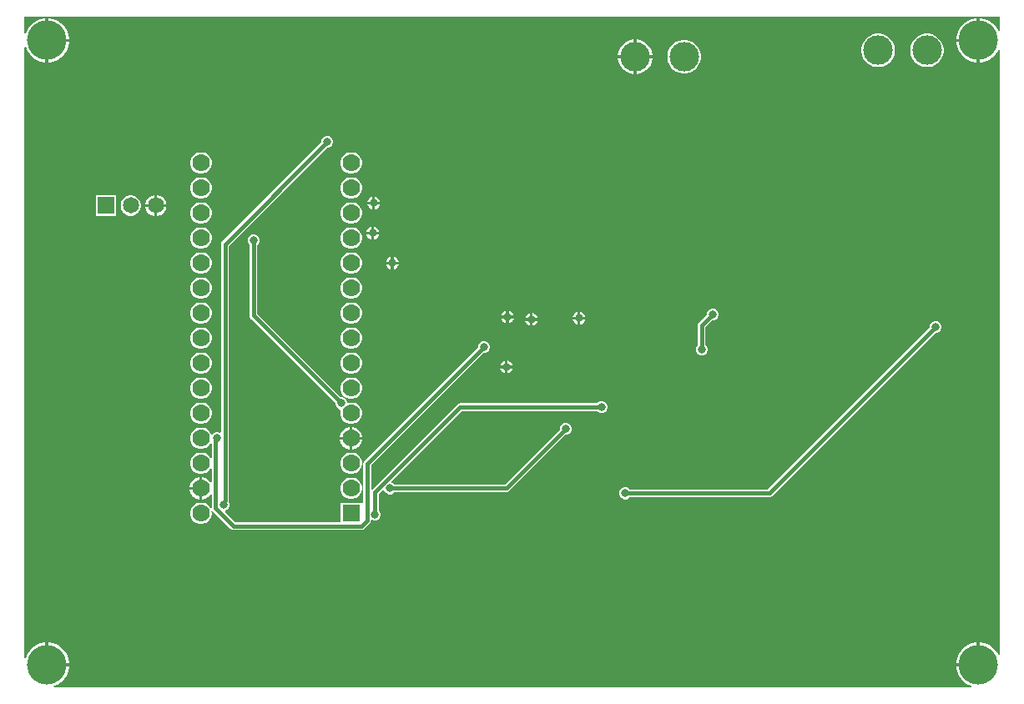
<source format=gbr>
G04*
G04 #@! TF.GenerationSoftware,Altium Limited,Altium Designer,22.4.2 (48)*
G04*
G04 Layer_Physical_Order=2*
G04 Layer_Color=16711680*
%FSLAX25Y25*%
%MOIN*%
G70*
G04*
G04 #@! TF.SameCoordinates,CF3C407C-0524-4A2E-8B94-90E9F096BC4F*
G04*
G04*
G04 #@! TF.FilePolarity,Positive*
G04*
G01*
G75*
%ADD66C,0.01500*%
%ADD67C,0.07000*%
%ADD68R,0.07000X0.07000*%
%ADD69C,0.11811*%
%ADD70R,0.06500X0.06500*%
%ADD71C,0.06500*%
%ADD72C,0.15748*%
%ADD73C,0.03150*%
G36*
X391493Y264467D02*
X391003Y264369D01*
X390864Y264703D01*
X389893Y266157D01*
X388657Y267393D01*
X387203Y268364D01*
X385589Y269033D01*
X383874Y269374D01*
X383600D01*
Y260500D01*
Y251626D01*
X383874D01*
X385589Y251967D01*
X387203Y252636D01*
X388657Y253607D01*
X389893Y254843D01*
X390864Y256297D01*
X391003Y256631D01*
X391493Y256534D01*
Y14966D01*
X391003Y14869D01*
X390864Y15203D01*
X389893Y16657D01*
X388657Y17893D01*
X387203Y18864D01*
X385589Y19533D01*
X383874Y19874D01*
X383600D01*
Y11000D01*
X383000D01*
Y10400D01*
X374126D01*
Y10126D01*
X374467Y8411D01*
X375136Y6797D01*
X376107Y5343D01*
X377343Y4107D01*
X378797Y3136D01*
X380315Y2507D01*
X380216Y2007D01*
X13784D01*
X13685Y2507D01*
X15203Y3136D01*
X16657Y4107D01*
X17893Y5343D01*
X18864Y6797D01*
X19533Y8411D01*
X19874Y10126D01*
Y10400D01*
X11000D01*
Y11000D01*
X10400D01*
Y19874D01*
X10126D01*
X8411Y19533D01*
X6797Y18864D01*
X5343Y17893D01*
X4107Y16657D01*
X3136Y15203D01*
X2507Y13685D01*
X2007Y13784D01*
Y257716D01*
X2507Y257815D01*
X3136Y256297D01*
X4107Y254843D01*
X5343Y253607D01*
X6797Y252636D01*
X8411Y251967D01*
X10126Y251626D01*
X10400D01*
Y260500D01*
Y269374D01*
X10126D01*
X8411Y269033D01*
X6797Y268364D01*
X5343Y267393D01*
X4107Y266157D01*
X3136Y264703D01*
X2507Y263185D01*
X2007Y263284D01*
Y269993D01*
X391493D01*
Y264467D01*
D02*
G37*
%LPC*%
G36*
X382400Y269374D02*
X382126D01*
X380412Y269033D01*
X378797Y268364D01*
X377343Y267393D01*
X376107Y266157D01*
X375136Y264703D01*
X374467Y263088D01*
X374126Y261374D01*
Y261100D01*
X382400D01*
Y269374D01*
D02*
G37*
G36*
X11874D02*
X11600D01*
Y261100D01*
X19874D01*
Y261374D01*
X19533Y263088D01*
X18864Y264703D01*
X17893Y266157D01*
X16657Y267393D01*
X15203Y268364D01*
X13589Y269033D01*
X11874Y269374D01*
D02*
G37*
G36*
X246679Y260906D02*
X246599D01*
Y254600D01*
X252905D01*
Y254680D01*
X252639Y256014D01*
X252119Y257271D01*
X251363Y258402D01*
X250401Y259364D01*
X249270Y260120D01*
X248013Y260640D01*
X246679Y260906D01*
D02*
G37*
G36*
X245399D02*
X245319D01*
X243985Y260640D01*
X242728Y260120D01*
X241597Y259364D01*
X240635Y258402D01*
X239879Y257271D01*
X239359Y256014D01*
X239094Y254680D01*
Y254600D01*
X245399D01*
Y260906D01*
D02*
G37*
G36*
X382400Y259900D02*
X374126D01*
Y259626D01*
X374467Y257911D01*
X375136Y256297D01*
X376107Y254843D01*
X377343Y253607D01*
X378797Y252636D01*
X380412Y251967D01*
X382126Y251626D01*
X382400D01*
Y259900D01*
D02*
G37*
G36*
X19874D02*
X11600D01*
Y251626D01*
X11874D01*
X13589Y251967D01*
X15203Y252636D01*
X16657Y253607D01*
X17893Y254843D01*
X18864Y256297D01*
X19533Y257911D01*
X19874Y259626D01*
Y259900D01*
D02*
G37*
G36*
X363158Y263193D02*
X361840D01*
X360547Y262936D01*
X359329Y262431D01*
X358233Y261699D01*
X357300Y260767D01*
X356568Y259670D01*
X356063Y258452D01*
X355806Y257159D01*
Y255841D01*
X356063Y254548D01*
X356568Y253330D01*
X357300Y252234D01*
X358233Y251301D01*
X359329Y250569D01*
X360547Y250064D01*
X361840Y249807D01*
X363158D01*
X364451Y250064D01*
X365669Y250569D01*
X366766Y251301D01*
X367698Y252234D01*
X368430Y253330D01*
X368935Y254548D01*
X369192Y255841D01*
Y257159D01*
X368935Y258452D01*
X368430Y259670D01*
X367698Y260767D01*
X366766Y261699D01*
X365669Y262431D01*
X364451Y262936D01*
X363158Y263193D01*
D02*
G37*
G36*
X343658D02*
X342340D01*
X341047Y262936D01*
X339829Y262431D01*
X338733Y261699D01*
X337800Y260767D01*
X337068Y259670D01*
X336563Y258452D01*
X336306Y257159D01*
Y255841D01*
X336563Y254548D01*
X337068Y253330D01*
X337800Y252234D01*
X338733Y251301D01*
X339829Y250569D01*
X341047Y250064D01*
X342340Y249807D01*
X343658D01*
X344951Y250064D01*
X346169Y250569D01*
X347266Y251301D01*
X348198Y252234D01*
X348930Y253330D01*
X349435Y254548D01*
X349692Y255841D01*
Y257159D01*
X349435Y258452D01*
X348930Y259670D01*
X348198Y260767D01*
X347266Y261699D01*
X346169Y262431D01*
X344951Y262936D01*
X343658Y263193D01*
D02*
G37*
G36*
X266158Y260693D02*
X264840D01*
X263547Y260436D01*
X262329Y259931D01*
X261233Y259199D01*
X260300Y258266D01*
X259568Y257170D01*
X259063Y255952D01*
X258806Y254659D01*
Y253341D01*
X259063Y252048D01*
X259568Y250830D01*
X260300Y249733D01*
X261233Y248801D01*
X262329Y248069D01*
X263547Y247564D01*
X264840Y247307D01*
X266158D01*
X267451Y247564D01*
X268669Y248069D01*
X269766Y248801D01*
X270698Y249733D01*
X271430Y250830D01*
X271935Y252048D01*
X272192Y253341D01*
Y254659D01*
X271935Y255952D01*
X271430Y257170D01*
X270698Y258266D01*
X269766Y259199D01*
X268669Y259931D01*
X267451Y260436D01*
X266158Y260693D01*
D02*
G37*
G36*
X252905Y253400D02*
X246599D01*
Y247094D01*
X246679D01*
X248013Y247360D01*
X249270Y247880D01*
X250401Y248636D01*
X251363Y249598D01*
X252119Y250729D01*
X252639Y251986D01*
X252905Y253320D01*
Y253400D01*
D02*
G37*
G36*
X245399D02*
X239094D01*
Y253320D01*
X239359Y251986D01*
X239879Y250729D01*
X240635Y249598D01*
X241597Y248636D01*
X242728Y247880D01*
X243985Y247360D01*
X245319Y247094D01*
X245399D01*
Y253400D01*
D02*
G37*
G36*
X133063Y215787D02*
X131935D01*
X130844Y215495D01*
X129867Y214931D01*
X129068Y214132D01*
X128504Y213155D01*
X128212Y212065D01*
Y210936D01*
X128504Y209845D01*
X129068Y208868D01*
X129867Y208069D01*
X130844Y207505D01*
X131935Y207213D01*
X133063D01*
X134154Y207505D01*
X135132Y208069D01*
X135930Y208868D01*
X136494Y209845D01*
X136786Y210936D01*
Y212065D01*
X136494Y213155D01*
X135930Y214132D01*
X135132Y214931D01*
X134154Y215495D01*
X133063Y215787D01*
D02*
G37*
G36*
X73063D02*
X71935D01*
X70844Y215495D01*
X69867Y214931D01*
X69068Y214132D01*
X68504Y213155D01*
X68212Y212065D01*
Y210936D01*
X68504Y209845D01*
X69068Y208868D01*
X69867Y208069D01*
X70844Y207505D01*
X71935Y207213D01*
X73063D01*
X74154Y207505D01*
X75132Y208069D01*
X75930Y208868D01*
X76494Y209845D01*
X76787Y210936D01*
Y212065D01*
X76494Y213155D01*
X75930Y214132D01*
X75132Y214931D01*
X74154Y215495D01*
X73063Y215787D01*
D02*
G37*
G36*
X133063Y205787D02*
X131935D01*
X130844Y205495D01*
X129867Y204931D01*
X129068Y204133D01*
X128504Y203155D01*
X128212Y202064D01*
Y200936D01*
X128504Y199845D01*
X129068Y198867D01*
X129867Y198069D01*
X130844Y197505D01*
X131935Y197213D01*
X133063D01*
X134154Y197505D01*
X135132Y198069D01*
X135930Y198867D01*
X136494Y199845D01*
X136786Y200936D01*
Y202064D01*
X136494Y203155D01*
X135930Y204133D01*
X135132Y204931D01*
X134154Y205495D01*
X133063Y205787D01*
D02*
G37*
G36*
X73063D02*
X71935D01*
X70844Y205495D01*
X69867Y204931D01*
X69068Y204133D01*
X68504Y203155D01*
X68212Y202064D01*
Y200936D01*
X68504Y199845D01*
X69068Y198867D01*
X69867Y198069D01*
X70844Y197505D01*
X71935Y197213D01*
X73063D01*
X74154Y197505D01*
X75132Y198069D01*
X75930Y198867D01*
X76494Y199845D01*
X76787Y200936D01*
Y202064D01*
X76494Y203155D01*
X75930Y204133D01*
X75132Y204931D01*
X74154Y205495D01*
X73063Y205787D01*
D02*
G37*
G36*
X142100Y198005D02*
Y196100D01*
X144005D01*
X143899Y196494D01*
X143560Y197081D01*
X143081Y197560D01*
X142494Y197899D01*
X142100Y198005D01*
D02*
G37*
G36*
X140900D02*
X140506Y197899D01*
X139919Y197560D01*
X139440Y197081D01*
X139101Y196494D01*
X138995Y196100D01*
X140900D01*
Y198005D01*
D02*
G37*
G36*
X55099Y198739D02*
Y195100D01*
X58738D01*
X58460Y196141D01*
X57900Y197110D01*
X57109Y197901D01*
X56139Y198460D01*
X55099Y198739D01*
D02*
G37*
G36*
X53899D02*
X52859Y198460D01*
X51889Y197901D01*
X51098Y197110D01*
X50539Y196141D01*
X50260Y195100D01*
X53899D01*
Y198739D01*
D02*
G37*
G36*
X144005Y194900D02*
X142100D01*
Y192995D01*
X142494Y193101D01*
X143081Y193440D01*
X143560Y193919D01*
X143899Y194506D01*
X144005Y194900D01*
D02*
G37*
G36*
X140900D02*
X138995D01*
X139101Y194506D01*
X139440Y193919D01*
X139919Y193440D01*
X140506Y193101D01*
X140900Y192995D01*
Y194900D01*
D02*
G37*
G36*
X45031Y198537D02*
X43968D01*
X42941Y198262D01*
X42020Y197731D01*
X41268Y196979D01*
X40737Y196058D01*
X40462Y195031D01*
Y193968D01*
X40737Y192942D01*
X41268Y192021D01*
X42020Y191269D01*
X42941Y190738D01*
X43968Y190463D01*
X45031D01*
X46058Y190738D01*
X46978Y191269D01*
X47730Y192021D01*
X48261Y192942D01*
X48537Y193968D01*
Y195031D01*
X48261Y196058D01*
X47730Y196979D01*
X46978Y197731D01*
X46058Y198262D01*
X45031Y198537D01*
D02*
G37*
G36*
X38537D02*
X30462D01*
Y190463D01*
X38537D01*
Y198537D01*
D02*
G37*
G36*
X58738Y193900D02*
X55099D01*
Y190261D01*
X56139Y190540D01*
X57109Y191099D01*
X57900Y191891D01*
X58460Y192860D01*
X58738Y193900D01*
D02*
G37*
G36*
X53899D02*
X50260D01*
X50539Y192860D01*
X51098Y191891D01*
X51889Y191099D01*
X52859Y190540D01*
X53899Y190261D01*
Y193900D01*
D02*
G37*
G36*
X133063Y195787D02*
X131935D01*
X130844Y195495D01*
X129867Y194931D01*
X129068Y194132D01*
X128504Y193155D01*
X128212Y192064D01*
Y190936D01*
X128504Y189845D01*
X129068Y188867D01*
X129867Y188069D01*
X130844Y187505D01*
X131935Y187213D01*
X133063D01*
X134154Y187505D01*
X135132Y188069D01*
X135930Y188867D01*
X136494Y189845D01*
X136786Y190936D01*
Y192064D01*
X136494Y193155D01*
X135930Y194132D01*
X135132Y194931D01*
X134154Y195495D01*
X133063Y195787D01*
D02*
G37*
G36*
X73063D02*
X71935D01*
X70844Y195495D01*
X69867Y194931D01*
X69068Y194132D01*
X68504Y193155D01*
X68212Y192064D01*
Y190936D01*
X68504Y189845D01*
X69068Y188867D01*
X69867Y188069D01*
X70844Y187505D01*
X71935Y187213D01*
X73063D01*
X74154Y187505D01*
X75132Y188069D01*
X75930Y188867D01*
X76494Y189845D01*
X76787Y190936D01*
Y192064D01*
X76494Y193155D01*
X75930Y194132D01*
X75132Y194931D01*
X74154Y195495D01*
X73063Y195787D01*
D02*
G37*
G36*
X141725Y186018D02*
Y184113D01*
X143630D01*
X143524Y184507D01*
X143185Y185094D01*
X142706Y185573D01*
X142119Y185912D01*
X141725Y186018D01*
D02*
G37*
G36*
X140525D02*
X140131Y185912D01*
X139544Y185573D01*
X139065Y185094D01*
X138726Y184507D01*
X138620Y184113D01*
X140525D01*
Y186018D01*
D02*
G37*
G36*
X143630Y182913D02*
X141725D01*
Y181008D01*
X142119Y181114D01*
X142706Y181452D01*
X143185Y181932D01*
X143524Y182519D01*
X143630Y182913D01*
D02*
G37*
G36*
X140525D02*
X138620D01*
X138726Y182519D01*
X139065Y181932D01*
X139544Y181452D01*
X140131Y181114D01*
X140525Y181008D01*
Y182913D01*
D02*
G37*
G36*
X133063Y185787D02*
X131935D01*
X130844Y185495D01*
X129867Y184931D01*
X129068Y184133D01*
X128504Y183155D01*
X128212Y182064D01*
Y180936D01*
X128504Y179845D01*
X129068Y178867D01*
X129867Y178069D01*
X130844Y177505D01*
X131935Y177213D01*
X133063D01*
X134154Y177505D01*
X135132Y178069D01*
X135930Y178867D01*
X136494Y179845D01*
X136786Y180936D01*
Y182064D01*
X136494Y183155D01*
X135930Y184133D01*
X135132Y184931D01*
X134154Y185495D01*
X133063Y185787D01*
D02*
G37*
G36*
X73063D02*
X71935D01*
X70844Y185495D01*
X69867Y184931D01*
X69068Y184133D01*
X68504Y183155D01*
X68212Y182064D01*
Y180936D01*
X68504Y179845D01*
X69068Y178867D01*
X69867Y178069D01*
X70844Y177505D01*
X71935Y177213D01*
X73063D01*
X74154Y177505D01*
X75132Y178069D01*
X75930Y178867D01*
X76494Y179845D01*
X76787Y180936D01*
Y182064D01*
X76494Y183155D01*
X75930Y184133D01*
X75132Y184931D01*
X74154Y185495D01*
X73063Y185787D01*
D02*
G37*
G36*
X149600Y174005D02*
Y172100D01*
X151505D01*
X151399Y172494D01*
X151060Y173081D01*
X150581Y173560D01*
X149994Y173899D01*
X149600Y174005D01*
D02*
G37*
G36*
X148400D02*
X148006Y173899D01*
X147419Y173560D01*
X146940Y173081D01*
X146601Y172494D01*
X146495Y172100D01*
X148400D01*
Y174005D01*
D02*
G37*
G36*
X151505Y170900D02*
X149600D01*
Y168995D01*
X149994Y169101D01*
X150581Y169440D01*
X151060Y169919D01*
X151399Y170506D01*
X151505Y170900D01*
D02*
G37*
G36*
X148400D02*
X146495D01*
X146601Y170506D01*
X146940Y169919D01*
X147419Y169440D01*
X148006Y169101D01*
X148400Y168995D01*
Y170900D01*
D02*
G37*
G36*
X133063Y175787D02*
X131935D01*
X130844Y175495D01*
X129867Y174931D01*
X129068Y174133D01*
X128504Y173155D01*
X128212Y172064D01*
Y170936D01*
X128504Y169845D01*
X129068Y168868D01*
X129867Y168069D01*
X130844Y167505D01*
X131935Y167213D01*
X133063D01*
X134154Y167505D01*
X135132Y168069D01*
X135930Y168868D01*
X136494Y169845D01*
X136786Y170936D01*
Y172064D01*
X136494Y173155D01*
X135930Y174133D01*
X135132Y174931D01*
X134154Y175495D01*
X133063Y175787D01*
D02*
G37*
G36*
X73063D02*
X71935D01*
X70844Y175495D01*
X69867Y174931D01*
X69068Y174133D01*
X68504Y173155D01*
X68212Y172064D01*
Y170936D01*
X68504Y169845D01*
X69068Y168868D01*
X69867Y168069D01*
X70844Y167505D01*
X71935Y167213D01*
X73063D01*
X74154Y167505D01*
X75132Y168069D01*
X75930Y168868D01*
X76494Y169845D01*
X76787Y170936D01*
Y172064D01*
X76494Y173155D01*
X75930Y174133D01*
X75132Y174931D01*
X74154Y175495D01*
X73063Y175787D01*
D02*
G37*
G36*
X133063Y165787D02*
X131935D01*
X130844Y165495D01*
X129867Y164931D01*
X129068Y164132D01*
X128504Y163155D01*
X128212Y162065D01*
Y160936D01*
X128504Y159845D01*
X129068Y158868D01*
X129867Y158069D01*
X130844Y157505D01*
X131935Y157213D01*
X133063D01*
X134154Y157505D01*
X135132Y158069D01*
X135930Y158868D01*
X136494Y159845D01*
X136786Y160936D01*
Y162065D01*
X136494Y163155D01*
X135930Y164132D01*
X135132Y164931D01*
X134154Y165495D01*
X133063Y165787D01*
D02*
G37*
G36*
X73063D02*
X71935D01*
X70844Y165495D01*
X69867Y164931D01*
X69068Y164132D01*
X68504Y163155D01*
X68212Y162065D01*
Y160936D01*
X68504Y159845D01*
X69068Y158868D01*
X69867Y158069D01*
X70844Y157505D01*
X71935Y157213D01*
X73063D01*
X74154Y157505D01*
X75132Y158069D01*
X75930Y158868D01*
X76494Y159845D01*
X76787Y160936D01*
Y162065D01*
X76494Y163155D01*
X75930Y164132D01*
X75132Y164931D01*
X74154Y165495D01*
X73063Y165787D01*
D02*
G37*
G36*
X195600Y152505D02*
Y150600D01*
X197505D01*
X197399Y150994D01*
X197060Y151581D01*
X196581Y152060D01*
X195994Y152399D01*
X195600Y152505D01*
D02*
G37*
G36*
X194400D02*
X194006Y152399D01*
X193419Y152060D01*
X192940Y151581D01*
X192601Y150994D01*
X192495Y150600D01*
X194400D01*
Y152505D01*
D02*
G37*
G36*
X224100Y152005D02*
Y150100D01*
X226005D01*
X225899Y150494D01*
X225560Y151081D01*
X225081Y151560D01*
X224494Y151899D01*
X224100Y152005D01*
D02*
G37*
G36*
X222900D02*
X222506Y151899D01*
X221919Y151560D01*
X221440Y151081D01*
X221101Y150494D01*
X220995Y150100D01*
X222900D01*
Y152005D01*
D02*
G37*
G36*
X205100Y151505D02*
Y149600D01*
X207005D01*
X206899Y149994D01*
X206560Y150581D01*
X206081Y151060D01*
X205494Y151399D01*
X205100Y151505D01*
D02*
G37*
G36*
X203900D02*
X203506Y151399D01*
X202919Y151060D01*
X202440Y150581D01*
X202101Y149994D01*
X201995Y149600D01*
X203900D01*
Y151505D01*
D02*
G37*
G36*
X197505Y149400D02*
X195600D01*
Y147495D01*
X195994Y147601D01*
X196581Y147940D01*
X197060Y148419D01*
X197399Y149006D01*
X197505Y149400D01*
D02*
G37*
G36*
X194400D02*
X192495D01*
X192601Y149006D01*
X192940Y148419D01*
X193419Y147940D01*
X194006Y147601D01*
X194400Y147495D01*
Y149400D01*
D02*
G37*
G36*
X133063Y155787D02*
X131935D01*
X130844Y155495D01*
X129867Y154931D01*
X129068Y154132D01*
X128504Y153155D01*
X128212Y152065D01*
Y150936D01*
X128504Y149845D01*
X129068Y148867D01*
X129867Y148069D01*
X130844Y147505D01*
X131935Y147213D01*
X133063D01*
X134154Y147505D01*
X135132Y148069D01*
X135930Y148867D01*
X136494Y149845D01*
X136786Y150936D01*
Y152065D01*
X136494Y153155D01*
X135930Y154132D01*
X135132Y154931D01*
X134154Y155495D01*
X133063Y155787D01*
D02*
G37*
G36*
X73063D02*
X71935D01*
X70844Y155495D01*
X69867Y154931D01*
X69068Y154132D01*
X68504Y153155D01*
X68212Y152065D01*
Y150936D01*
X68504Y149845D01*
X69068Y148867D01*
X69867Y148069D01*
X70844Y147505D01*
X71935Y147213D01*
X73063D01*
X74154Y147505D01*
X75132Y148069D01*
X75930Y148867D01*
X76494Y149845D01*
X76787Y150936D01*
Y152065D01*
X76494Y153155D01*
X75930Y154132D01*
X75132Y154931D01*
X74154Y155495D01*
X73063Y155787D01*
D02*
G37*
G36*
X226005Y148900D02*
X224100D01*
Y146995D01*
X224494Y147101D01*
X225081Y147440D01*
X225560Y147919D01*
X225899Y148506D01*
X226005Y148900D01*
D02*
G37*
G36*
X222900D02*
X220995D01*
X221101Y148506D01*
X221440Y147919D01*
X221919Y147440D01*
X222506Y147101D01*
X222900Y146995D01*
Y148900D01*
D02*
G37*
G36*
X207005Y148400D02*
X205100D01*
Y146495D01*
X205494Y146601D01*
X206081Y146940D01*
X206560Y147419D01*
X206899Y148006D01*
X207005Y148400D01*
D02*
G37*
G36*
X203900D02*
X201995D01*
X202101Y148006D01*
X202440Y147419D01*
X202919Y146940D01*
X203506Y146601D01*
X203900Y146495D01*
Y148400D01*
D02*
G37*
G36*
X133063Y145787D02*
X131935D01*
X130844Y145495D01*
X129867Y144931D01*
X129068Y144132D01*
X128504Y143155D01*
X128212Y142064D01*
Y140936D01*
X128504Y139845D01*
X129068Y138867D01*
X129867Y138069D01*
X130844Y137505D01*
X131935Y137213D01*
X133063D01*
X134154Y137505D01*
X135132Y138069D01*
X135930Y138867D01*
X136494Y139845D01*
X136786Y140936D01*
Y142064D01*
X136494Y143155D01*
X135930Y144132D01*
X135132Y144931D01*
X134154Y145495D01*
X133063Y145787D01*
D02*
G37*
G36*
X73063D02*
X71935D01*
X70844Y145495D01*
X69867Y144931D01*
X69068Y144132D01*
X68504Y143155D01*
X68212Y142064D01*
Y140936D01*
X68504Y139845D01*
X69068Y138867D01*
X69867Y138069D01*
X70844Y137505D01*
X71935Y137213D01*
X73063D01*
X74154Y137505D01*
X75132Y138069D01*
X75930Y138867D01*
X76494Y139845D01*
X76787Y140936D01*
Y142064D01*
X76494Y143155D01*
X75930Y144132D01*
X75132Y144931D01*
X74154Y145495D01*
X73063Y145787D01*
D02*
G37*
G36*
X277470Y153362D02*
X276530D01*
X275662Y153003D01*
X274997Y152338D01*
X274638Y151470D01*
Y150855D01*
X271392Y147608D01*
X271052Y147100D01*
X270933Y146500D01*
Y138773D01*
X270497Y138338D01*
X270138Y137470D01*
Y136530D01*
X270497Y135662D01*
X271162Y134997D01*
X272030Y134638D01*
X272970D01*
X273838Y134997D01*
X274503Y135662D01*
X274862Y136530D01*
Y137470D01*
X274503Y138338D01*
X274067Y138773D01*
Y145851D01*
X276855Y148638D01*
X277470D01*
X278338Y148997D01*
X279003Y149662D01*
X279362Y150530D01*
Y151470D01*
X279003Y152338D01*
X278338Y153003D01*
X277470Y153362D01*
D02*
G37*
G36*
X195100Y132505D02*
Y130600D01*
X197005D01*
X196899Y130994D01*
X196560Y131581D01*
X196081Y132060D01*
X195494Y132399D01*
X195100Y132505D01*
D02*
G37*
G36*
X193900D02*
X193506Y132399D01*
X192919Y132060D01*
X192440Y131581D01*
X192101Y130994D01*
X191995Y130600D01*
X193900D01*
Y132505D01*
D02*
G37*
G36*
X197005Y129400D02*
X195100D01*
Y127495D01*
X195494Y127601D01*
X196081Y127940D01*
X196560Y128419D01*
X196899Y129006D01*
X197005Y129400D01*
D02*
G37*
G36*
X193900D02*
X191995D01*
X192101Y129006D01*
X192440Y128419D01*
X192919Y127940D01*
X193506Y127601D01*
X193900Y127495D01*
Y129400D01*
D02*
G37*
G36*
X133063Y135787D02*
X131935D01*
X130844Y135495D01*
X129867Y134931D01*
X129068Y134133D01*
X128504Y133155D01*
X128212Y132064D01*
Y130936D01*
X128504Y129845D01*
X129068Y128867D01*
X129867Y128069D01*
X130844Y127505D01*
X131935Y127213D01*
X133063D01*
X134154Y127505D01*
X135132Y128069D01*
X135930Y128867D01*
X136494Y129845D01*
X136786Y130936D01*
Y132064D01*
X136494Y133155D01*
X135930Y134133D01*
X135132Y134931D01*
X134154Y135495D01*
X133063Y135787D01*
D02*
G37*
G36*
X73063D02*
X71935D01*
X70844Y135495D01*
X69867Y134931D01*
X69068Y134133D01*
X68504Y133155D01*
X68212Y132064D01*
Y130936D01*
X68504Y129845D01*
X69068Y128867D01*
X69867Y128069D01*
X70844Y127505D01*
X71935Y127213D01*
X73063D01*
X74154Y127505D01*
X75132Y128069D01*
X75930Y128867D01*
X76494Y129845D01*
X76787Y130936D01*
Y132064D01*
X76494Y133155D01*
X75930Y134133D01*
X75132Y134931D01*
X74154Y135495D01*
X73063Y135787D01*
D02*
G37*
G36*
X133063Y125787D02*
X131935D01*
X130844Y125495D01*
X129867Y124931D01*
X129068Y124133D01*
X128504Y123155D01*
X128212Y122064D01*
Y120936D01*
X128504Y119845D01*
X129068Y118868D01*
X129867Y118069D01*
X130844Y117505D01*
X131935Y117213D01*
X133063D01*
X134154Y117505D01*
X135132Y118069D01*
X135930Y118868D01*
X136494Y119845D01*
X136786Y120936D01*
Y122064D01*
X136494Y123155D01*
X135930Y124133D01*
X135132Y124931D01*
X134154Y125495D01*
X133063Y125787D01*
D02*
G37*
G36*
X73063D02*
X71935D01*
X70844Y125495D01*
X69867Y124931D01*
X69068Y124133D01*
X68504Y123155D01*
X68212Y122064D01*
Y120936D01*
X68504Y119845D01*
X69068Y118868D01*
X69867Y118069D01*
X70844Y117505D01*
X71935Y117213D01*
X73063D01*
X74154Y117505D01*
X75132Y118069D01*
X75930Y118868D01*
X76494Y119845D01*
X76787Y120936D01*
Y122064D01*
X76494Y123155D01*
X75930Y124133D01*
X75132Y124931D01*
X74154Y125495D01*
X73063Y125787D01*
D02*
G37*
G36*
X123469Y222362D02*
X122529D01*
X121661Y222003D01*
X120996Y221338D01*
X120637Y220470D01*
Y219855D01*
X81003Y180221D01*
X80663Y179712D01*
X80544Y179112D01*
Y103949D01*
X80044Y103624D01*
X79469Y103862D01*
X78529D01*
X77661Y103503D01*
X77076Y102917D01*
X76547Y102959D01*
X76494Y103155D01*
X75930Y104132D01*
X75132Y104931D01*
X74154Y105495D01*
X73063Y105787D01*
X71935D01*
X70844Y105495D01*
X69867Y104931D01*
X69068Y104132D01*
X68504Y103155D01*
X68212Y102065D01*
Y100936D01*
X68504Y99845D01*
X69068Y98867D01*
X69867Y98069D01*
X70844Y97505D01*
X71935Y97213D01*
X73063D01*
X74154Y97505D01*
X75132Y98069D01*
X75930Y98867D01*
X76319Y99542D01*
X76819Y99408D01*
Y93592D01*
X76319Y93458D01*
X75930Y94133D01*
X75132Y94931D01*
X74154Y95495D01*
X73063Y95787D01*
X71935D01*
X70844Y95495D01*
X69867Y94931D01*
X69068Y94133D01*
X68504Y93155D01*
X68212Y92064D01*
Y90936D01*
X68504Y89845D01*
X69068Y88867D01*
X69867Y88069D01*
X70844Y87505D01*
X71935Y87213D01*
X73063D01*
X74154Y87505D01*
X75132Y88069D01*
X75930Y88867D01*
X76319Y89542D01*
X76819Y89408D01*
Y84017D01*
X76319Y83883D01*
X76100Y84263D01*
X75262Y85101D01*
X74236Y85693D01*
X73099Y85998D01*
Y81500D01*
Y77002D01*
X74236Y77307D01*
X75262Y77899D01*
X76100Y78737D01*
X76319Y79117D01*
X76819Y78983D01*
Y73592D01*
X76783Y73554D01*
X76273Y73538D01*
X75930Y74133D01*
X75132Y74931D01*
X74154Y75495D01*
X73063Y75787D01*
X71935D01*
X70844Y75495D01*
X69867Y74931D01*
X69068Y74133D01*
X68504Y73155D01*
X68212Y72065D01*
Y70936D01*
X68504Y69845D01*
X69068Y68867D01*
X69867Y68069D01*
X70844Y67505D01*
X71935Y67213D01*
X73063D01*
X74154Y67505D01*
X75132Y68069D01*
X75930Y68867D01*
X76494Y69845D01*
X76787Y70936D01*
Y72065D01*
X76690Y72426D01*
X77151Y72635D01*
X77279Y72444D01*
X84369Y65354D01*
X84877Y65014D01*
X85477Y64895D01*
X136636D01*
X137236Y65014D01*
X137744Y65354D01*
X139995Y67605D01*
X140335Y68114D01*
X140427Y68578D01*
X140759Y68812D01*
X140954Y68876D01*
X141529Y68638D01*
X142469D01*
X143337Y68997D01*
X144002Y69662D01*
X144361Y70530D01*
Y71470D01*
X144002Y72338D01*
X143567Y72773D01*
Y79252D01*
X145175Y80860D01*
X145758Y80737D01*
X145996Y80162D01*
X146661Y79497D01*
X147529Y79138D01*
X148469D01*
X149337Y79497D01*
X149772Y79932D01*
X194499D01*
X195099Y80052D01*
X195607Y80392D01*
X218074Y102858D01*
X218650D01*
X219518Y103217D01*
X220183Y103882D01*
X220543Y104750D01*
Y105690D01*
X220183Y106558D01*
X219518Y107222D01*
X218650Y107582D01*
X217711D01*
X216842Y107222D01*
X216178Y106558D01*
X215818Y105690D01*
Y105036D01*
X193850Y83068D01*
X149772D01*
X149337Y83503D01*
X148762Y83741D01*
X148639Y84324D01*
X176747Y112433D01*
X230726D01*
X231161Y111997D01*
X232029Y111638D01*
X232969D01*
X233837Y111997D01*
X234502Y112662D01*
X234861Y113530D01*
Y114470D01*
X234502Y115338D01*
X233837Y116003D01*
X232969Y116362D01*
X232029D01*
X231161Y116003D01*
X230726Y115568D01*
X176098D01*
X175498Y115448D01*
X174989Y115108D01*
X140954Y81073D01*
X140696Y81120D01*
X140454Y81257D01*
Y90738D01*
X185354Y135638D01*
X185969D01*
X186837Y135997D01*
X187502Y136662D01*
X187861Y137530D01*
Y138470D01*
X187502Y139338D01*
X186837Y140003D01*
X185969Y140362D01*
X185029D01*
X184161Y140003D01*
X183496Y139338D01*
X183137Y138470D01*
Y137855D01*
X137778Y92496D01*
X137439Y91988D01*
X137319Y91388D01*
Y69804D01*
X137286Y69782D01*
X136786Y70049D01*
Y75787D01*
X128212D01*
Y68030D01*
X86127D01*
X82139Y72018D01*
X82262Y72601D01*
X82837Y72839D01*
X83502Y73504D01*
X83861Y74372D01*
Y75312D01*
X83572Y76010D01*
X83679Y76546D01*
Y178463D01*
X122854Y217638D01*
X123469D01*
X124337Y217997D01*
X125002Y218662D01*
X125361Y219530D01*
Y220470D01*
X125002Y221338D01*
X124337Y222003D01*
X123469Y222362D01*
D02*
G37*
G36*
X93970Y182862D02*
X93030D01*
X92162Y182503D01*
X91497Y181838D01*
X91138Y180970D01*
Y180030D01*
X91497Y179162D01*
X91932Y178727D01*
Y150500D01*
X92052Y149900D01*
X92392Y149392D01*
X126138Y115645D01*
Y115030D01*
X126497Y114162D01*
X127162Y113497D01*
X128030Y113138D01*
X128089D01*
X128393Y112741D01*
X128212Y112065D01*
Y110936D01*
X128504Y109845D01*
X129068Y108868D01*
X129867Y108069D01*
X130844Y107505D01*
X131935Y107213D01*
X133063D01*
X134154Y107505D01*
X135132Y108069D01*
X135930Y108868D01*
X136494Y109845D01*
X136786Y110936D01*
Y112065D01*
X136494Y113155D01*
X135930Y114132D01*
X135132Y114931D01*
X134154Y115495D01*
X133063Y115787D01*
X131935D01*
X131259Y115606D01*
X130862Y115911D01*
Y115970D01*
X130503Y116838D01*
X129838Y117503D01*
X128970Y117862D01*
X128355D01*
X95068Y151149D01*
Y178727D01*
X95503Y179162D01*
X95862Y180030D01*
Y180970D01*
X95503Y181838D01*
X94838Y182503D01*
X93970Y182862D01*
D02*
G37*
G36*
X73063Y115787D02*
X71935D01*
X70844Y115495D01*
X69867Y114931D01*
X69068Y114132D01*
X68504Y113155D01*
X68212Y112065D01*
Y110936D01*
X68504Y109845D01*
X69068Y108868D01*
X69867Y108069D01*
X70844Y107505D01*
X71935Y107213D01*
X73063D01*
X74154Y107505D01*
X75132Y108069D01*
X75930Y108868D01*
X76494Y109845D01*
X76787Y110936D01*
Y112065D01*
X76494Y113155D01*
X75930Y114132D01*
X75132Y114931D01*
X74154Y115495D01*
X73063Y115787D01*
D02*
G37*
G36*
X133099Y105998D02*
Y102100D01*
X136997D01*
X136692Y103237D01*
X136100Y104263D01*
X135262Y105101D01*
X134236Y105693D01*
X133099Y105998D01*
D02*
G37*
G36*
X131899D02*
X130762Y105693D01*
X129736Y105101D01*
X128898Y104263D01*
X128306Y103237D01*
X128001Y102100D01*
X131899D01*
Y105998D01*
D02*
G37*
G36*
X136997Y100900D02*
X133099D01*
Y97002D01*
X134236Y97307D01*
X135262Y97899D01*
X136100Y98737D01*
X136692Y99763D01*
X136997Y100900D01*
D02*
G37*
G36*
X131899D02*
X128001D01*
X128306Y99763D01*
X128898Y98737D01*
X129736Y97899D01*
X130762Y97307D01*
X131899Y97002D01*
Y100900D01*
D02*
G37*
G36*
X133063Y95787D02*
X131935D01*
X130844Y95495D01*
X129867Y94931D01*
X129068Y94133D01*
X128504Y93155D01*
X128212Y92064D01*
Y90936D01*
X128504Y89845D01*
X129068Y88867D01*
X129867Y88069D01*
X130844Y87505D01*
X131935Y87213D01*
X133063D01*
X134154Y87505D01*
X135132Y88069D01*
X135930Y88867D01*
X136494Y89845D01*
X136786Y90936D01*
Y92064D01*
X136494Y93155D01*
X135930Y94133D01*
X135132Y94931D01*
X134154Y95495D01*
X133063Y95787D01*
D02*
G37*
G36*
X71899Y85998D02*
X70762Y85693D01*
X69736Y85101D01*
X68898Y84263D01*
X68306Y83237D01*
X68001Y82100D01*
X71899D01*
Y85998D01*
D02*
G37*
G36*
X366469Y148362D02*
X365529D01*
X364661Y148003D01*
X363997Y147338D01*
X363637Y146470D01*
Y145855D01*
X298850Y81068D01*
X243772D01*
X243337Y81503D01*
X242469Y81862D01*
X241529D01*
X240661Y81503D01*
X239997Y80838D01*
X239637Y79970D01*
Y79030D01*
X239997Y78162D01*
X240661Y77497D01*
X241529Y77138D01*
X242469D01*
X243337Y77497D01*
X243772Y77933D01*
X299499D01*
X300099Y78052D01*
X300607Y78392D01*
X365854Y143638D01*
X366469D01*
X367337Y143997D01*
X368002Y144662D01*
X368361Y145530D01*
Y146470D01*
X368002Y147338D01*
X367337Y148003D01*
X366469Y148362D01*
D02*
G37*
G36*
X133063Y85787D02*
X131935D01*
X130844Y85495D01*
X129867Y84931D01*
X129068Y84132D01*
X128504Y83155D01*
X128212Y82064D01*
Y80936D01*
X128504Y79845D01*
X129068Y78868D01*
X129867Y78069D01*
X130844Y77505D01*
X131935Y77213D01*
X133063D01*
X134154Y77505D01*
X135132Y78069D01*
X135930Y78868D01*
X136494Y79845D01*
X136786Y80936D01*
Y82064D01*
X136494Y83155D01*
X135930Y84132D01*
X135132Y84931D01*
X134154Y85495D01*
X133063Y85787D01*
D02*
G37*
G36*
X71899Y80900D02*
X68001D01*
X68306Y79763D01*
X68898Y78737D01*
X69736Y77899D01*
X70762Y77307D01*
X71899Y77002D01*
Y80900D01*
D02*
G37*
G36*
X382400Y19874D02*
X382126D01*
X380412Y19533D01*
X378797Y18864D01*
X377343Y17893D01*
X376107Y16657D01*
X375136Y15203D01*
X374467Y13589D01*
X374126Y11874D01*
Y11600D01*
X382400D01*
Y19874D01*
D02*
G37*
G36*
X11874D02*
X11600D01*
Y11600D01*
X19874D01*
Y11874D01*
X19533Y13589D01*
X18864Y15203D01*
X17893Y16657D01*
X16657Y17893D01*
X15203Y18864D01*
X13589Y19533D01*
X11874Y19874D01*
D02*
G37*
%LPD*%
D66*
X141250Y195250D02*
X141500Y195500D01*
X194500Y130000D02*
X194750Y130250D01*
Y149750D02*
X195000Y150000D01*
X204500Y149000D02*
X204750Y149250D01*
X223250D02*
X223500Y149500D01*
X78387Y73553D02*
X85477Y66463D01*
X78387Y73553D02*
Y100441D01*
X85477Y66463D02*
X136636D01*
X78999Y101054D02*
Y101500D01*
X81815Y76249D02*
X82111Y76546D01*
Y179112D01*
X78387Y100441D02*
X78999Y101054D01*
X81815Y75158D02*
Y76249D01*
X81499Y74842D02*
X81815Y75158D01*
X93500Y150500D02*
X128500Y115500D01*
X93500Y150500D02*
Y180500D01*
X82111Y179112D02*
X122999Y220000D01*
X272500Y146500D02*
X277000Y151000D01*
X272500Y137000D02*
Y146500D01*
X138887Y68714D02*
Y91388D01*
X185499Y138000D01*
X136636Y66463D02*
X138887Y68714D01*
X176098Y114000D02*
X232499D01*
X141999Y79901D02*
X176098Y114000D01*
X194499Y81500D02*
X218180Y105181D01*
Y105220D01*
X141999Y71000D02*
Y79901D01*
X147999Y81500D02*
X194499D01*
X299499Y79500D02*
X365999Y146000D01*
X241999Y79500D02*
X299499D01*
D67*
X72499Y211500D02*
D03*
Y201500D02*
D03*
Y191500D02*
D03*
Y181500D02*
D03*
Y171500D02*
D03*
Y161500D02*
D03*
Y151500D02*
D03*
Y141500D02*
D03*
Y131500D02*
D03*
Y121500D02*
D03*
Y111500D02*
D03*
Y101500D02*
D03*
Y91500D02*
D03*
Y81500D02*
D03*
Y71500D02*
D03*
X132499Y211500D02*
D03*
Y201500D02*
D03*
Y191500D02*
D03*
Y181500D02*
D03*
Y171500D02*
D03*
Y161500D02*
D03*
Y151500D02*
D03*
Y141500D02*
D03*
Y131500D02*
D03*
Y121500D02*
D03*
Y111500D02*
D03*
Y101500D02*
D03*
Y91500D02*
D03*
Y81500D02*
D03*
D68*
Y71500D02*
D03*
D69*
X342999Y256500D02*
D03*
X362499D02*
D03*
X245999Y254000D02*
D03*
X265499D02*
D03*
D70*
X34499Y194500D02*
D03*
D71*
X44499D02*
D03*
X54499D02*
D03*
D72*
X383000Y260500D02*
D03*
Y11000D02*
D03*
X11000D02*
D03*
Y260500D02*
D03*
D73*
X141125Y183513D02*
D03*
X149000Y171500D02*
D03*
X141500Y195500D02*
D03*
X195000Y150000D02*
D03*
X194500Y130000D02*
D03*
X204500Y149000D02*
D03*
X223500Y149500D02*
D03*
X81499Y74842D02*
D03*
X93500Y180500D02*
D03*
X128500Y115500D02*
D03*
X277000Y151000D02*
D03*
X272500Y137000D02*
D03*
X78999Y101500D02*
D03*
X185499Y138000D02*
D03*
X232499Y114000D02*
D03*
X218180Y105220D02*
D03*
X141999Y71000D02*
D03*
X365999Y146000D02*
D03*
X241999Y79500D02*
D03*
X122999Y220000D02*
D03*
X147999Y81500D02*
D03*
M02*

</source>
